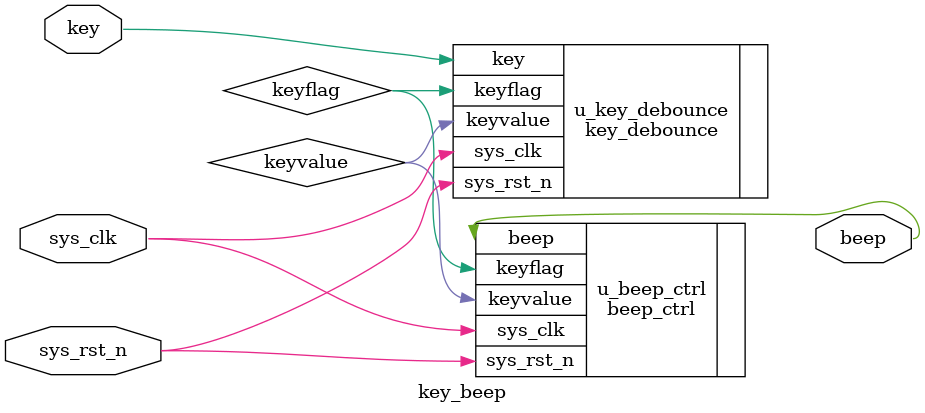
<source format=v>
`timescale 1ns / 1ps

module key_beep(
    input           sys_clk,
    input           sys_rst_n,
    input           key,

    output          beep
);

wire keyvalue;
wire keyflag;

key_debounce u_key_debounce(
    .sys_clk            (sys_clk),
    .sys_rst_n          (sys_rst_n),
    .key                (key),

    .keyvalue           (keyvalue),
    .keyflag            (keyflag)

);

beep_ctrl u_beep_ctrl(
    .sys_clk            (sys_clk),
    .sys_rst_n          (sys_rst_n),
    .keyvalue           (keyvalue),
    .keyflag            (keyflag),

    .beep               (beep)

);

endmodule

</source>
